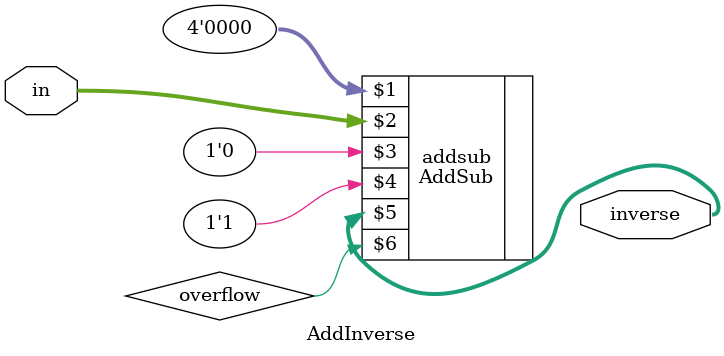
<source format=v>
`include "adder.v"

module AddInverse
#(parameter INPUTSIZE = 4)
(
    input  [INPUTSIZE - 1:0] in,
    output [INPUTSIZE - 1:0] inverse
);
    AddSub addsub( {INPUTSIZE{1'b0}}, in, 1'b0, 1'b1, inverse, overflow);
endmodule
</source>
